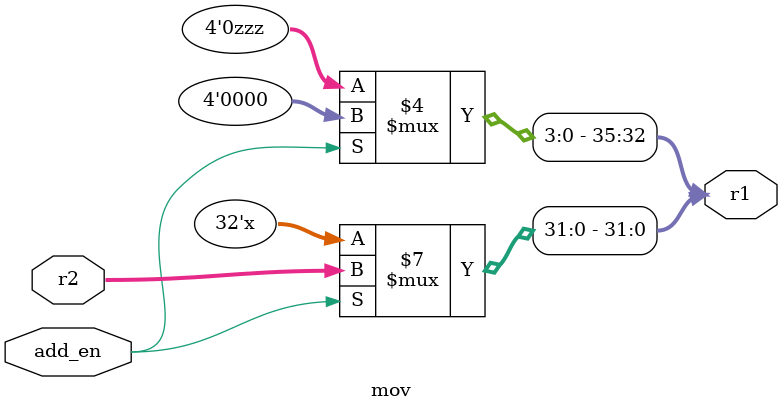
<source format=v>
module mov(r1,r2, add_en);
input [31:0] r2;
input add_en;
output reg [35:0] r1;
always @*
begin 
if (add_en ==1'b1)
begin
    r1[31:0]=r2;
    r1[35:32] = 4'b0000;
end
else 
    r1 = 35'bz;

end
endmodule

</source>
